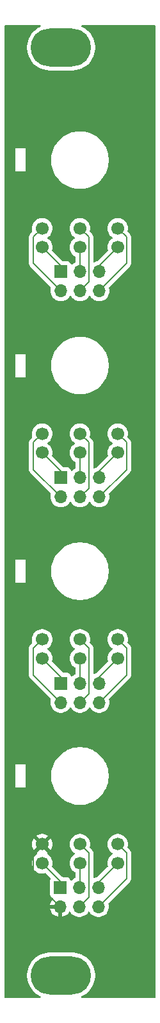
<source format=gbr>
G04 #@! TF.GenerationSoftware,KiCad,Pcbnew,8.0.8*
G04 #@! TF.CreationDate,2025-08-03T15:09:01-07:00*
G04 #@! TF.ProjectId,sidecar,73696465-6361-4722-9e6b-696361645f70,0.1*
G04 #@! TF.SameCoordinates,Original*
G04 #@! TF.FileFunction,Copper,L2,Bot*
G04 #@! TF.FilePolarity,Positive*
%FSLAX46Y46*%
G04 Gerber Fmt 4.6, Leading zero omitted, Abs format (unit mm)*
G04 Created by KiCad (PCBNEW 8.0.8) date 2025-08-03 15:09:01*
%MOMM*%
%LPD*%
G01*
G04 APERTURE LIST*
G04 #@! TA.AperFunction,ComponentPad*
%ADD10O,8.000000X5.000000*%
G04 #@! TD*
G04 #@! TA.AperFunction,ComponentPad*
%ADD11C,1.700000*%
G04 #@! TD*
G04 #@! TA.AperFunction,ComponentPad*
%ADD12R,1.700000X1.700000*%
G04 #@! TD*
G04 #@! TA.AperFunction,ComponentPad*
%ADD13O,1.700000X1.700000*%
G04 #@! TD*
G04 #@! TA.AperFunction,Conductor*
%ADD14C,0.200000*%
G04 #@! TD*
G04 APERTURE END LIST*
D10*
X47500000Y-33750000D03*
X47500000Y-156150000D03*
D11*
X45000000Y-60100000D03*
X50000000Y-60100000D03*
X55000000Y-60100000D03*
X45000000Y-57600000D03*
X50000000Y-57600000D03*
X55000000Y-57600000D03*
D12*
X47460000Y-117610000D03*
D13*
X47460000Y-120150000D03*
X50000000Y-117610000D03*
X50000000Y-120150000D03*
X52540000Y-117610000D03*
X52540000Y-120150000D03*
D12*
X47380000Y-144550000D03*
D13*
X47380000Y-147090000D03*
X49920000Y-144550000D03*
X49920000Y-147090000D03*
X52460000Y-144550000D03*
X52460000Y-147090000D03*
D11*
X45000000Y-87200000D03*
X50000000Y-87200000D03*
X55000000Y-87200000D03*
X45000000Y-84700000D03*
X50000000Y-84700000D03*
X55000000Y-84700000D03*
D12*
X47460000Y-90490000D03*
D13*
X47460000Y-93030000D03*
X50000000Y-90490000D03*
X50000000Y-93030000D03*
X52540000Y-90490000D03*
X52540000Y-93030000D03*
D12*
X47460000Y-63300000D03*
D13*
X47460000Y-65840000D03*
X50000000Y-63300000D03*
X50000000Y-65840000D03*
X52540000Y-63300000D03*
X52540000Y-65840000D03*
D11*
X45000000Y-141350000D03*
X50000000Y-141350000D03*
X55000000Y-141350000D03*
X45000000Y-138850000D03*
X50000000Y-138850000D03*
X55000000Y-138850000D03*
X45000000Y-114330000D03*
X50000000Y-114330000D03*
X55000000Y-114330000D03*
X45000000Y-111830000D03*
X50000000Y-111830000D03*
X55000000Y-111830000D03*
D14*
X50000000Y-60100000D02*
X50000000Y-63300000D01*
X45000000Y-60100000D02*
X47460000Y-62560000D01*
X47460000Y-62560000D02*
X47460000Y-63300000D01*
X50000000Y-57600000D02*
X51150000Y-58750000D01*
X51150000Y-58750000D02*
X51150000Y-64690000D01*
X51150000Y-64690000D02*
X50000000Y-65840000D01*
X43850000Y-58750000D02*
X43850000Y-62230000D01*
X45000000Y-57600000D02*
X43850000Y-58750000D01*
X43850000Y-62230000D02*
X47460000Y-65840000D01*
X56150000Y-62230000D02*
X52540000Y-65840000D01*
X56150000Y-58750000D02*
X56150000Y-62230000D01*
X55000000Y-57600000D02*
X56150000Y-58750000D01*
X55000000Y-60100000D02*
X52540000Y-62560000D01*
X52540000Y-62560000D02*
X52540000Y-63300000D01*
X55000000Y-87200000D02*
X52540000Y-89660000D01*
X52540000Y-89660000D02*
X52540000Y-90490000D01*
X43850000Y-89420000D02*
X47460000Y-93030000D01*
X45000000Y-84700000D02*
X43850000Y-85850000D01*
X43850000Y-85850000D02*
X43850000Y-89420000D01*
X50000000Y-87200000D02*
X50000000Y-90490000D01*
X56150000Y-89420000D02*
X52540000Y-93030000D01*
X56150000Y-85850000D02*
X56150000Y-89420000D01*
X55000000Y-84700000D02*
X56150000Y-85850000D01*
X51150000Y-91880000D02*
X50000000Y-93030000D01*
X50000000Y-84700000D02*
X51150000Y-85850000D01*
X51150000Y-85850000D02*
X51150000Y-91880000D01*
X47460000Y-89660000D02*
X47460000Y-90490000D01*
X45000000Y-87200000D02*
X47460000Y-89660000D01*
X50000000Y-114330000D02*
X50000000Y-117610000D01*
X47460000Y-116790000D02*
X47460000Y-117610000D01*
X45000000Y-114330000D02*
X47460000Y-116790000D01*
X55000000Y-114330000D02*
X52540000Y-116790000D01*
X52540000Y-116790000D02*
X52540000Y-117610000D01*
X56150000Y-116540000D02*
X52540000Y-120150000D01*
X55000000Y-111830000D02*
X56150000Y-112980000D01*
X56150000Y-112980000D02*
X56150000Y-116540000D01*
X43850000Y-112980000D02*
X43850000Y-116540000D01*
X45000000Y-111830000D02*
X43850000Y-112980000D01*
X43850000Y-116540000D02*
X47460000Y-120150000D01*
X51150000Y-112980000D02*
X51150000Y-119000000D01*
X50000000Y-111830000D02*
X51150000Y-112980000D01*
X51150000Y-119000000D02*
X50000000Y-120150000D01*
X43850000Y-140000000D02*
X43850000Y-143560000D01*
X45000000Y-138850000D02*
X43850000Y-140000000D01*
X43850000Y-143560000D02*
X47380000Y-147090000D01*
X50000000Y-144470000D02*
X49920000Y-144550000D01*
X50000000Y-141350000D02*
X50000000Y-144470000D01*
X50000000Y-138850000D02*
X51150000Y-140000000D01*
X51150000Y-140000000D02*
X51150000Y-145860000D01*
X51150000Y-145860000D02*
X49920000Y-147090000D01*
X52460000Y-143890000D02*
X52460000Y-144550000D01*
X55000000Y-141350000D02*
X52460000Y-143890000D01*
X56150000Y-143400000D02*
X52460000Y-147090000D01*
X55000000Y-138850000D02*
X56150000Y-140000000D01*
X56150000Y-140000000D02*
X56150000Y-143400000D01*
X47380000Y-143730000D02*
X47380000Y-144550000D01*
X45000000Y-141350000D02*
X47380000Y-143730000D01*
G04 #@! TA.AperFunction,Conductor*
G36*
X44758808Y-30795502D02*
G01*
X44805301Y-30849158D01*
X44815405Y-30919432D01*
X44785911Y-30984012D01*
X44745356Y-31015022D01*
X44542443Y-31112739D01*
X44542434Y-31112744D01*
X44256324Y-31292519D01*
X43992134Y-31503203D01*
X43753203Y-31742134D01*
X43542519Y-32006324D01*
X43362744Y-32292434D01*
X43362739Y-32292443D01*
X43216133Y-32596873D01*
X43216122Y-32596900D01*
X43104526Y-32915821D01*
X43029334Y-33245260D01*
X42991500Y-33581044D01*
X42991500Y-33918955D01*
X43029334Y-34254739D01*
X43068479Y-34426243D01*
X43104525Y-34584172D01*
X43104527Y-34584178D01*
X43104526Y-34584178D01*
X43216122Y-34903099D01*
X43216133Y-34903126D01*
X43362739Y-35207556D01*
X43362744Y-35207565D01*
X43542519Y-35493675D01*
X43753203Y-35757865D01*
X43992134Y-35996796D01*
X43992138Y-35996799D01*
X44256325Y-36207481D01*
X44542439Y-36387258D01*
X44846883Y-36533871D01*
X44846899Y-36533876D01*
X44846900Y-36533877D01*
X45165821Y-36645473D01*
X45165824Y-36645473D01*
X45165828Y-36645475D01*
X45495264Y-36720666D01*
X45733363Y-36747493D01*
X45831044Y-36758500D01*
X45831046Y-36758500D01*
X49168956Y-36758500D01*
X49254232Y-36748891D01*
X49504736Y-36720666D01*
X49834172Y-36645475D01*
X50153117Y-36533871D01*
X50457561Y-36387258D01*
X50743675Y-36207481D01*
X51007862Y-35996799D01*
X51246799Y-35757862D01*
X51457481Y-35493675D01*
X51637258Y-35207561D01*
X51783871Y-34903117D01*
X51895475Y-34584172D01*
X51970666Y-34254736D01*
X52008500Y-33918954D01*
X52008500Y-33581046D01*
X51970666Y-33245264D01*
X51895475Y-32915828D01*
X51783871Y-32596883D01*
X51637258Y-32292439D01*
X51457481Y-32006325D01*
X51246799Y-31742138D01*
X51246796Y-31742134D01*
X51007865Y-31503203D01*
X50743675Y-31292519D01*
X50457565Y-31112744D01*
X50457556Y-31112739D01*
X50254644Y-31015022D01*
X50201948Y-30967444D01*
X50183339Y-30898930D01*
X50204727Y-30831231D01*
X50259320Y-30785843D01*
X50309313Y-30775500D01*
X59848500Y-30775500D01*
X59916621Y-30795502D01*
X59963114Y-30849158D01*
X59974500Y-30901500D01*
X59974500Y-158998500D01*
X59954498Y-159066621D01*
X59900842Y-159113114D01*
X59848500Y-159124500D01*
X50309313Y-159124500D01*
X50241192Y-159104498D01*
X50194699Y-159050842D01*
X50184595Y-158980568D01*
X50214089Y-158915988D01*
X50254644Y-158884978D01*
X50457561Y-158787258D01*
X50743675Y-158607481D01*
X51007862Y-158396799D01*
X51246799Y-158157862D01*
X51457481Y-157893675D01*
X51637258Y-157607561D01*
X51783871Y-157303117D01*
X51895475Y-156984172D01*
X51970666Y-156654736D01*
X52008500Y-156318954D01*
X52008500Y-155981046D01*
X51970666Y-155645264D01*
X51895475Y-155315828D01*
X51783871Y-154996883D01*
X51637258Y-154692439D01*
X51457481Y-154406325D01*
X51246799Y-154142138D01*
X51246796Y-154142134D01*
X51007865Y-153903203D01*
X50743675Y-153692519D01*
X50457565Y-153512744D01*
X50457556Y-153512739D01*
X50153126Y-153366133D01*
X50153121Y-153366131D01*
X50153117Y-153366129D01*
X50153111Y-153366126D01*
X50153099Y-153366122D01*
X49834178Y-153254526D01*
X49504739Y-153179334D01*
X49168956Y-153141500D01*
X49168954Y-153141500D01*
X45831046Y-153141500D01*
X45831044Y-153141500D01*
X45495260Y-153179334D01*
X45165821Y-153254526D01*
X44846900Y-153366122D01*
X44846873Y-153366133D01*
X44542443Y-153512739D01*
X44542434Y-153512744D01*
X44256324Y-153692519D01*
X43992134Y-153903203D01*
X43753203Y-154142134D01*
X43542519Y-154406324D01*
X43362744Y-154692434D01*
X43362739Y-154692443D01*
X43216133Y-154996873D01*
X43216122Y-154996900D01*
X43104526Y-155315821D01*
X43029334Y-155645260D01*
X42991500Y-155981044D01*
X42991500Y-156318955D01*
X43029334Y-156654739D01*
X43068479Y-156826243D01*
X43104525Y-156984172D01*
X43104527Y-156984178D01*
X43104526Y-156984178D01*
X43216122Y-157303099D01*
X43216133Y-157303126D01*
X43362739Y-157607556D01*
X43362744Y-157607565D01*
X43542519Y-157893675D01*
X43753203Y-158157865D01*
X43992134Y-158396796D01*
X43992138Y-158396799D01*
X44256325Y-158607481D01*
X44463459Y-158737632D01*
X44542434Y-158787255D01*
X44542443Y-158787260D01*
X44745356Y-158884978D01*
X44798052Y-158932556D01*
X44816661Y-159001070D01*
X44795273Y-159068769D01*
X44740680Y-159114157D01*
X44690687Y-159124500D01*
X40151500Y-159124500D01*
X40083379Y-159104498D01*
X40036886Y-159050842D01*
X40025500Y-158998500D01*
X40025500Y-141350000D01*
X43636844Y-141350000D01*
X43655436Y-141574368D01*
X43655436Y-141574370D01*
X43655437Y-141574375D01*
X43710702Y-141792612D01*
X43710703Y-141792613D01*
X43801141Y-141998793D01*
X43924275Y-142187265D01*
X43924279Y-142187270D01*
X44076762Y-142352908D01*
X44131331Y-142395381D01*
X44254424Y-142491189D01*
X44452426Y-142598342D01*
X44452427Y-142598342D01*
X44452428Y-142598343D01*
X44458499Y-142600427D01*
X44665365Y-142671444D01*
X44887431Y-142708500D01*
X44887435Y-142708500D01*
X45112565Y-142708500D01*
X45112569Y-142708500D01*
X45334635Y-142671444D01*
X45354232Y-142664715D01*
X45425155Y-142661512D01*
X45484243Y-142694792D01*
X46072177Y-143282726D01*
X46106203Y-143345038D01*
X46101138Y-143415853D01*
X46083955Y-143447323D01*
X46079113Y-143453791D01*
X46079110Y-143453796D01*
X46028011Y-143590795D01*
X46028009Y-143590803D01*
X46021500Y-143651350D01*
X46021500Y-145448649D01*
X46028009Y-145509196D01*
X46028011Y-145509204D01*
X46079110Y-145646202D01*
X46079112Y-145646207D01*
X46166738Y-145763261D01*
X46283792Y-145850887D01*
X46283796Y-145850889D01*
X46399312Y-145893975D01*
X46456148Y-145936522D01*
X46480958Y-146003042D01*
X46465866Y-146072416D01*
X46447981Y-146097367D01*
X46304674Y-146253041D01*
X46181580Y-146441451D01*
X46091179Y-146647543D01*
X46091176Y-146647550D01*
X46043455Y-146835999D01*
X46043456Y-146836000D01*
X46949297Y-146836000D01*
X46914075Y-146897007D01*
X46880000Y-147024174D01*
X46880000Y-147155826D01*
X46914075Y-147282993D01*
X46949297Y-147344000D01*
X46043455Y-147344000D01*
X46091176Y-147532449D01*
X46091179Y-147532456D01*
X46181580Y-147738548D01*
X46304674Y-147926958D01*
X46457097Y-148092534D01*
X46634698Y-148230767D01*
X46634699Y-148230768D01*
X46832628Y-148337882D01*
X46832630Y-148337883D01*
X47045483Y-148410955D01*
X47045492Y-148410957D01*
X47126000Y-148424391D01*
X47126000Y-147520702D01*
X47187007Y-147555925D01*
X47314174Y-147590000D01*
X47445826Y-147590000D01*
X47572993Y-147555925D01*
X47634000Y-147520702D01*
X47634000Y-148424390D01*
X47714507Y-148410957D01*
X47714516Y-148410955D01*
X47927369Y-148337883D01*
X47927371Y-148337882D01*
X48125300Y-148230768D01*
X48125301Y-148230767D01*
X48302902Y-148092534D01*
X48455327Y-147926955D01*
X48544217Y-147790899D01*
X48598220Y-147744810D01*
X48668568Y-147735235D01*
X48732925Y-147765212D01*
X48755183Y-147790898D01*
X48844279Y-147927270D01*
X48996762Y-148092908D01*
X49051331Y-148135381D01*
X49174424Y-148231189D01*
X49372426Y-148338342D01*
X49372427Y-148338342D01*
X49372428Y-148338343D01*
X49484227Y-148376723D01*
X49585365Y-148411444D01*
X49807431Y-148448500D01*
X49807435Y-148448500D01*
X50032565Y-148448500D01*
X50032569Y-148448500D01*
X50254635Y-148411444D01*
X50467574Y-148338342D01*
X50665576Y-148231189D01*
X50843240Y-148092906D01*
X50995722Y-147927268D01*
X50995927Y-147926955D01*
X51001115Y-147919012D01*
X51084518Y-147791354D01*
X51138520Y-147745268D01*
X51208868Y-147735692D01*
X51273225Y-147765669D01*
X51295480Y-147791353D01*
X51328607Y-147842058D01*
X51384275Y-147927265D01*
X51384279Y-147927270D01*
X51536762Y-148092908D01*
X51591331Y-148135381D01*
X51714424Y-148231189D01*
X51912426Y-148338342D01*
X51912427Y-148338342D01*
X51912428Y-148338343D01*
X52024227Y-148376723D01*
X52125365Y-148411444D01*
X52347431Y-148448500D01*
X52347435Y-148448500D01*
X52572565Y-148448500D01*
X52572569Y-148448500D01*
X52794635Y-148411444D01*
X53007574Y-148338342D01*
X53205576Y-148231189D01*
X53383240Y-148092906D01*
X53535722Y-147927268D01*
X53535927Y-147926955D01*
X53542441Y-147916983D01*
X53658860Y-147738791D01*
X53749296Y-147532616D01*
X53804564Y-147314368D01*
X53823156Y-147090000D01*
X53804564Y-146865632D01*
X53769673Y-146727851D01*
X53772340Y-146656905D01*
X53802720Y-146607827D01*
X56513251Y-143897295D01*
X56513261Y-143897288D01*
X56636915Y-143773634D01*
X56636921Y-143773628D01*
X56704673Y-143656279D01*
X56717032Y-143634873D01*
X56758500Y-143480110D01*
X56758500Y-143319890D01*
X56758500Y-139919889D01*
X56717032Y-139765128D01*
X56636922Y-139626373D01*
X56342720Y-139332171D01*
X56308697Y-139269861D01*
X56309673Y-139212146D01*
X56344562Y-139074377D01*
X56344563Y-139074372D01*
X56344563Y-139074371D01*
X56344564Y-139074368D01*
X56363156Y-138850000D01*
X56344564Y-138625632D01*
X56289338Y-138407550D01*
X56289297Y-138407387D01*
X56289296Y-138407386D01*
X56289296Y-138407384D01*
X56198860Y-138201209D01*
X56123677Y-138086132D01*
X56075724Y-138012734D01*
X56075720Y-138012729D01*
X55923237Y-137847091D01*
X55841382Y-137783381D01*
X55745576Y-137708811D01*
X55547574Y-137601658D01*
X55547572Y-137601657D01*
X55547571Y-137601656D01*
X55334639Y-137528557D01*
X55334630Y-137528555D01*
X55290476Y-137521187D01*
X55112569Y-137491500D01*
X54887431Y-137491500D01*
X54739211Y-137516233D01*
X54665369Y-137528555D01*
X54665360Y-137528557D01*
X54452428Y-137601656D01*
X54452426Y-137601658D01*
X54254426Y-137708810D01*
X54254424Y-137708811D01*
X54076762Y-137847091D01*
X53924279Y-138012729D01*
X53924275Y-138012734D01*
X53801141Y-138201206D01*
X53710703Y-138407386D01*
X53710702Y-138407387D01*
X53655437Y-138625624D01*
X53655436Y-138625630D01*
X53655436Y-138625632D01*
X53636844Y-138850000D01*
X53654435Y-139062292D01*
X53655437Y-139074375D01*
X53710702Y-139292612D01*
X53710703Y-139292613D01*
X53710704Y-139292616D01*
X53801035Y-139498551D01*
X53801141Y-139498793D01*
X53924275Y-139687265D01*
X53924279Y-139687270D01*
X54076762Y-139852908D01*
X54131331Y-139895381D01*
X54254424Y-139991189D01*
X54254432Y-139991193D01*
X54258787Y-139994039D01*
X54257540Y-139995947D01*
X54301122Y-140039213D01*
X54316465Y-140108532D01*
X54291896Y-140175142D01*
X54257898Y-140204600D01*
X54258787Y-140205961D01*
X54254424Y-140208811D01*
X54076762Y-140347091D01*
X53924279Y-140512729D01*
X53924275Y-140512734D01*
X53801141Y-140701206D01*
X53710703Y-140907386D01*
X53710702Y-140907387D01*
X53655437Y-141125624D01*
X53636844Y-141350000D01*
X53655436Y-141574369D01*
X53690326Y-141712147D01*
X53687658Y-141783094D01*
X53657276Y-141832173D01*
X52316582Y-143172867D01*
X52254270Y-143206893D01*
X52248226Y-143208053D01*
X52125379Y-143228552D01*
X52125360Y-143228557D01*
X51925412Y-143297199D01*
X51854487Y-143300399D01*
X51793092Y-143264747D01*
X51760718Y-143201561D01*
X51758500Y-143178026D01*
X51758500Y-139919890D01*
X51758500Y-139919889D01*
X51717032Y-139765128D01*
X51636922Y-139626373D01*
X51342720Y-139332171D01*
X51308697Y-139269861D01*
X51309673Y-139212146D01*
X51344562Y-139074377D01*
X51344563Y-139074372D01*
X51344563Y-139074371D01*
X51344564Y-139074368D01*
X51363156Y-138850000D01*
X51344564Y-138625632D01*
X51289338Y-138407550D01*
X51289297Y-138407387D01*
X51289296Y-138407386D01*
X51289296Y-138407384D01*
X51198860Y-138201209D01*
X51123677Y-138086132D01*
X51075724Y-138012734D01*
X51075720Y-138012729D01*
X50923237Y-137847091D01*
X50841382Y-137783381D01*
X50745576Y-137708811D01*
X50547574Y-137601658D01*
X50547572Y-137601657D01*
X50547571Y-137601656D01*
X50334639Y-137528557D01*
X50334630Y-137528555D01*
X50290476Y-137521187D01*
X50112569Y-137491500D01*
X49887431Y-137491500D01*
X49739211Y-137516233D01*
X49665369Y-137528555D01*
X49665360Y-137528557D01*
X49452428Y-137601656D01*
X49452426Y-137601658D01*
X49254426Y-137708810D01*
X49254424Y-137708811D01*
X49076762Y-137847091D01*
X48924279Y-138012729D01*
X48924275Y-138012734D01*
X48801141Y-138201206D01*
X48710703Y-138407386D01*
X48710702Y-138407387D01*
X48655437Y-138625624D01*
X48655436Y-138625630D01*
X48655436Y-138625632D01*
X48636844Y-138850000D01*
X48654435Y-139062292D01*
X48655437Y-139074375D01*
X48710702Y-139292612D01*
X48710703Y-139292613D01*
X48710704Y-139292616D01*
X48801035Y-139498551D01*
X48801141Y-139498793D01*
X48924275Y-139687265D01*
X48924279Y-139687270D01*
X49076762Y-139852908D01*
X49131331Y-139895381D01*
X49254424Y-139991189D01*
X49254432Y-139991193D01*
X49258787Y-139994039D01*
X49257540Y-139995947D01*
X49301122Y-140039213D01*
X49316465Y-140108532D01*
X49291896Y-140175142D01*
X49257898Y-140204600D01*
X49258787Y-140205961D01*
X49254424Y-140208811D01*
X49076762Y-140347091D01*
X48924279Y-140512729D01*
X48924275Y-140512734D01*
X48801141Y-140701206D01*
X48710703Y-140907386D01*
X48710702Y-140907387D01*
X48655437Y-141125624D01*
X48655436Y-141125630D01*
X48655436Y-141125632D01*
X48636844Y-141350000D01*
X48655436Y-141574368D01*
X48655436Y-141574370D01*
X48655437Y-141574375D01*
X48710702Y-141792612D01*
X48710703Y-141792613D01*
X48801141Y-141998793D01*
X48924275Y-142187265D01*
X48924279Y-142187270D01*
X49076762Y-142352908D01*
X49254423Y-142491188D01*
X49254424Y-142491189D01*
X49325469Y-142529636D01*
X49375859Y-142579648D01*
X49391500Y-142640449D01*
X49391500Y-143216256D01*
X49371498Y-143284377D01*
X49325469Y-143327070D01*
X49174426Y-143408810D01*
X49174424Y-143408811D01*
X48996762Y-143547091D01*
X48935754Y-143613363D01*
X48874901Y-143649933D01*
X48803936Y-143647798D01*
X48745391Y-143607636D01*
X48724999Y-143572057D01*
X48680889Y-143453797D01*
X48680887Y-143453792D01*
X48593261Y-143336738D01*
X48476207Y-143249112D01*
X48476202Y-143249110D01*
X48339204Y-143198011D01*
X48339196Y-143198009D01*
X48278649Y-143191500D01*
X48278638Y-143191500D01*
X47754239Y-143191500D01*
X47686118Y-143171498D01*
X47665144Y-143154595D01*
X46342722Y-141832173D01*
X46308696Y-141769861D01*
X46309673Y-141712146D01*
X46344562Y-141574377D01*
X46344563Y-141574372D01*
X46344563Y-141574371D01*
X46344564Y-141574368D01*
X46363156Y-141350000D01*
X46344564Y-141125632D01*
X46289296Y-140907384D01*
X46198860Y-140701209D01*
X46192140Y-140690924D01*
X46075724Y-140512734D01*
X46075720Y-140512729D01*
X45923237Y-140347091D01*
X45841382Y-140283381D01*
X45745576Y-140208811D01*
X45745570Y-140208807D01*
X45741213Y-140205961D01*
X45742367Y-140204193D01*
X45698361Y-140160519D01*
X45683007Y-140091202D01*
X45707566Y-140024589D01*
X45741796Y-139994931D01*
X45740938Y-139993618D01*
X45745302Y-139990766D01*
X45765689Y-139974898D01*
X45165773Y-139374982D01*
X45212292Y-139362518D01*
X45337708Y-139290110D01*
X45440110Y-139187708D01*
X45512518Y-139062292D01*
X45524982Y-139015773D01*
X46123076Y-139613867D01*
X46123077Y-139613866D01*
X46198419Y-139498551D01*
X46288820Y-139292456D01*
X46288823Y-139292449D01*
X46344067Y-139074292D01*
X46362653Y-138850000D01*
X46344067Y-138625707D01*
X46288823Y-138407550D01*
X46288820Y-138407543D01*
X46198422Y-138201456D01*
X46198417Y-138201448D01*
X46123076Y-138086132D01*
X45524982Y-138684226D01*
X45512518Y-138637708D01*
X45440110Y-138512292D01*
X45337708Y-138409890D01*
X45212292Y-138337482D01*
X45165772Y-138325017D01*
X45765689Y-137725100D01*
X45765688Y-137725099D01*
X45745306Y-137709235D01*
X45745299Y-137709230D01*
X45547371Y-137602118D01*
X45547369Y-137602116D01*
X45334516Y-137529044D01*
X45334509Y-137529042D01*
X45112523Y-137492000D01*
X44887477Y-137492000D01*
X44665490Y-137529042D01*
X44665483Y-137529044D01*
X44452630Y-137602116D01*
X44452628Y-137602118D01*
X44254700Y-137709230D01*
X44234310Y-137725099D01*
X44234310Y-137725101D01*
X44834226Y-138325017D01*
X44787708Y-138337482D01*
X44662292Y-138409890D01*
X44559890Y-138512292D01*
X44487482Y-138637708D01*
X44475017Y-138684227D01*
X43876921Y-138086132D01*
X43801580Y-138201451D01*
X43711179Y-138407543D01*
X43711176Y-138407550D01*
X43655932Y-138625707D01*
X43637346Y-138850000D01*
X43655932Y-139074292D01*
X43711176Y-139292449D01*
X43711179Y-139292456D01*
X43801580Y-139498548D01*
X43876922Y-139613866D01*
X44475016Y-139015771D01*
X44487482Y-139062292D01*
X44559890Y-139187708D01*
X44662292Y-139290110D01*
X44787708Y-139362518D01*
X44834226Y-139374982D01*
X44234310Y-139974898D01*
X44254694Y-139990763D01*
X44259060Y-139993616D01*
X44257850Y-139995468D01*
X44301612Y-140038862D01*
X44316997Y-140108171D01*
X44292468Y-140174796D01*
X44257973Y-140204715D01*
X44258787Y-140205961D01*
X44254424Y-140208811D01*
X44076762Y-140347091D01*
X43924279Y-140512729D01*
X43924275Y-140512734D01*
X43801141Y-140701206D01*
X43710703Y-140907386D01*
X43710702Y-140907387D01*
X43655437Y-141125624D01*
X43655436Y-141125630D01*
X43655436Y-141125632D01*
X43636844Y-141350000D01*
X40025500Y-141350000D01*
X40025500Y-128339436D01*
X41474500Y-128339436D01*
X41474500Y-131360563D01*
X41489436Y-131375499D01*
X41489438Y-131375500D01*
X42810562Y-131375500D01*
X42825500Y-131360562D01*
X42825500Y-129663286D01*
X46199500Y-129663286D01*
X46199500Y-130036713D01*
X46236099Y-130408306D01*
X46236101Y-130408322D01*
X46308951Y-130774560D01*
X46417347Y-131131894D01*
X46417348Y-131131898D01*
X46560246Y-131476883D01*
X46736272Y-131806206D01*
X46943729Y-132116686D01*
X47172953Y-132395996D01*
X47180619Y-132405338D01*
X47180626Y-132405345D01*
X47180635Y-132405355D01*
X47444644Y-132669364D01*
X47444653Y-132669372D01*
X47444662Y-132669381D01*
X47444672Y-132669389D01*
X47733313Y-132906270D01*
X48043793Y-133113727D01*
X48043796Y-133113729D01*
X48373117Y-133289754D01*
X48718106Y-133432653D01*
X49075440Y-133541049D01*
X49441678Y-133613899D01*
X49813293Y-133650500D01*
X49813302Y-133650500D01*
X50186698Y-133650500D01*
X50186707Y-133650500D01*
X50558322Y-133613899D01*
X50924560Y-133541049D01*
X51281894Y-133432653D01*
X51626883Y-133289754D01*
X51956204Y-133113729D01*
X52266685Y-132906271D01*
X52555338Y-132669381D01*
X52819381Y-132405338D01*
X53056271Y-132116685D01*
X53263729Y-131806204D01*
X53439754Y-131476883D01*
X53582653Y-131131894D01*
X53691049Y-130774560D01*
X53763899Y-130408322D01*
X53800500Y-130036707D01*
X53800500Y-129663293D01*
X53763899Y-129291678D01*
X53691049Y-128925440D01*
X53582653Y-128568106D01*
X53439754Y-128223117D01*
X53263729Y-127893796D01*
X53056271Y-127583315D01*
X53056270Y-127583313D01*
X52819389Y-127294672D01*
X52819381Y-127294662D01*
X52819372Y-127294653D01*
X52819364Y-127294644D01*
X52555355Y-127030635D01*
X52555345Y-127030626D01*
X52555338Y-127030619D01*
X52545996Y-127022953D01*
X52266686Y-126793729D01*
X51956206Y-126586272D01*
X51626883Y-126410246D01*
X51281898Y-126267348D01*
X51281894Y-126267347D01*
X50924560Y-126158951D01*
X50680401Y-126110384D01*
X50558323Y-126086101D01*
X50558306Y-126086099D01*
X50186713Y-126049500D01*
X50186707Y-126049500D01*
X49813293Y-126049500D01*
X49813286Y-126049500D01*
X49441693Y-126086099D01*
X49441676Y-126086101D01*
X49197519Y-126134667D01*
X49075440Y-126158951D01*
X48896773Y-126213149D01*
X48718105Y-126267347D01*
X48718101Y-126267348D01*
X48373116Y-126410246D01*
X48043793Y-126586272D01*
X47733313Y-126793729D01*
X47444672Y-127030610D01*
X47444644Y-127030635D01*
X47180635Y-127294644D01*
X47180610Y-127294672D01*
X46943729Y-127583313D01*
X46736272Y-127893793D01*
X46560246Y-128223116D01*
X46417348Y-128568101D01*
X46417347Y-128568105D01*
X46308951Y-128925441D01*
X46236101Y-129291676D01*
X46236099Y-129291693D01*
X46199500Y-129663286D01*
X42825500Y-129663286D01*
X42825500Y-128339438D01*
X42825499Y-128339436D01*
X42810563Y-128324500D01*
X42810562Y-128324500D01*
X41510562Y-128324500D01*
X41489438Y-128324500D01*
X41489436Y-128324500D01*
X41474500Y-128339436D01*
X40025500Y-128339436D01*
X40025500Y-112899889D01*
X43241500Y-112899889D01*
X43241500Y-116459890D01*
X43241500Y-116620110D01*
X43282968Y-116774873D01*
X43282969Y-116774875D01*
X43282970Y-116774877D01*
X43363075Y-116913623D01*
X43363083Y-116913633D01*
X46117276Y-119667825D01*
X46151302Y-119730137D01*
X46150326Y-119787850D01*
X46115436Y-119925628D01*
X46096844Y-120150000D01*
X46115437Y-120374375D01*
X46170702Y-120592612D01*
X46170703Y-120592613D01*
X46261141Y-120798793D01*
X46384275Y-120987265D01*
X46384279Y-120987270D01*
X46536762Y-121152908D01*
X46591331Y-121195381D01*
X46714424Y-121291189D01*
X46912426Y-121398342D01*
X46912427Y-121398342D01*
X46912428Y-121398343D01*
X47024227Y-121436723D01*
X47125365Y-121471444D01*
X47347431Y-121508500D01*
X47347435Y-121508500D01*
X47572565Y-121508500D01*
X47572569Y-121508500D01*
X47794635Y-121471444D01*
X48007574Y-121398342D01*
X48205576Y-121291189D01*
X48383240Y-121152906D01*
X48535722Y-120987268D01*
X48624518Y-120851354D01*
X48678520Y-120805268D01*
X48748868Y-120795692D01*
X48813225Y-120825669D01*
X48835480Y-120851353D01*
X48868607Y-120902058D01*
X48924275Y-120987265D01*
X48924279Y-120987270D01*
X49076762Y-121152908D01*
X49131331Y-121195381D01*
X49254424Y-121291189D01*
X49452426Y-121398342D01*
X49452427Y-121398342D01*
X49452428Y-121398343D01*
X49564227Y-121436723D01*
X49665365Y-121471444D01*
X49887431Y-121508500D01*
X49887435Y-121508500D01*
X50112565Y-121508500D01*
X50112569Y-121508500D01*
X50334635Y-121471444D01*
X50547574Y-121398342D01*
X50745576Y-121291189D01*
X50923240Y-121152906D01*
X51075722Y-120987268D01*
X51164518Y-120851354D01*
X51218520Y-120805268D01*
X51288868Y-120795692D01*
X51353225Y-120825669D01*
X51375480Y-120851353D01*
X51408607Y-120902058D01*
X51464275Y-120987265D01*
X51464279Y-120987270D01*
X51616762Y-121152908D01*
X51671331Y-121195381D01*
X51794424Y-121291189D01*
X51992426Y-121398342D01*
X51992427Y-121398342D01*
X51992428Y-121398343D01*
X52104227Y-121436723D01*
X52205365Y-121471444D01*
X52427431Y-121508500D01*
X52427435Y-121508500D01*
X52652565Y-121508500D01*
X52652569Y-121508500D01*
X52874635Y-121471444D01*
X53087574Y-121398342D01*
X53285576Y-121291189D01*
X53463240Y-121152906D01*
X53615722Y-120987268D01*
X53738860Y-120798791D01*
X53829296Y-120592616D01*
X53884564Y-120374368D01*
X53903156Y-120150000D01*
X53884564Y-119925632D01*
X53849673Y-119787850D01*
X53852340Y-119716905D01*
X53882718Y-119667829D01*
X56636922Y-116913627D01*
X56717032Y-116774873D01*
X56758500Y-116620110D01*
X56758500Y-116459890D01*
X56758500Y-112899889D01*
X56717032Y-112745128D01*
X56717031Y-112745127D01*
X56636922Y-112606373D01*
X56342720Y-112312171D01*
X56308697Y-112249861D01*
X56309673Y-112192146D01*
X56344562Y-112054377D01*
X56344563Y-112054372D01*
X56344563Y-112054371D01*
X56344564Y-112054368D01*
X56363156Y-111830000D01*
X56344564Y-111605632D01*
X56289296Y-111387384D01*
X56198860Y-111181209D01*
X56192140Y-111170924D01*
X56075724Y-110992734D01*
X56075720Y-110992729D01*
X55923237Y-110827091D01*
X55841382Y-110763381D01*
X55745576Y-110688811D01*
X55547574Y-110581658D01*
X55547572Y-110581657D01*
X55547571Y-110581656D01*
X55334639Y-110508557D01*
X55334630Y-110508555D01*
X55290476Y-110501187D01*
X55112569Y-110471500D01*
X54887431Y-110471500D01*
X54739211Y-110496233D01*
X54665369Y-110508555D01*
X54665360Y-110508557D01*
X54452428Y-110581656D01*
X54452426Y-110581658D01*
X54254426Y-110688810D01*
X54254424Y-110688811D01*
X54076762Y-110827091D01*
X53924279Y-110992729D01*
X53924275Y-110992734D01*
X53801141Y-111181206D01*
X53710703Y-111387386D01*
X53710702Y-111387387D01*
X53655437Y-111605624D01*
X53655436Y-111605630D01*
X53655436Y-111605632D01*
X53636844Y-111830000D01*
X53655436Y-112054368D01*
X53655436Y-112054370D01*
X53655437Y-112054375D01*
X53710702Y-112272612D01*
X53710703Y-112272613D01*
X53801141Y-112478793D01*
X53924275Y-112667265D01*
X53924279Y-112667270D01*
X54076762Y-112832908D01*
X54131331Y-112875381D01*
X54254424Y-112971189D01*
X54254432Y-112971193D01*
X54258787Y-112974039D01*
X54257540Y-112975947D01*
X54301122Y-113019213D01*
X54316465Y-113088532D01*
X54291896Y-113155142D01*
X54257898Y-113184600D01*
X54258787Y-113185961D01*
X54254424Y-113188811D01*
X54076762Y-113327091D01*
X53924279Y-113492729D01*
X53924275Y-113492734D01*
X53801141Y-113681206D01*
X53710703Y-113887386D01*
X53710702Y-113887387D01*
X53655437Y-114105624D01*
X53636844Y-114330000D01*
X53655436Y-114554369D01*
X53690326Y-114692147D01*
X53687658Y-114763094D01*
X53657276Y-114812173D01*
X52188715Y-116280734D01*
X52140533Y-116310812D01*
X51992425Y-116361658D01*
X51944469Y-116387611D01*
X51875039Y-116402441D01*
X51808612Y-116377380D01*
X51766280Y-116320385D01*
X51758500Y-116276797D01*
X51758500Y-112899890D01*
X51758500Y-112899889D01*
X51717032Y-112745128D01*
X51717031Y-112745127D01*
X51636922Y-112606373D01*
X51342720Y-112312171D01*
X51308697Y-112249861D01*
X51309673Y-112192146D01*
X51344562Y-112054377D01*
X51344563Y-112054372D01*
X51344563Y-112054371D01*
X51344564Y-112054368D01*
X51363156Y-111830000D01*
X51344564Y-111605632D01*
X51289296Y-111387384D01*
X51198860Y-111181209D01*
X51192140Y-111170924D01*
X51075724Y-110992734D01*
X51075720Y-110992729D01*
X50923237Y-110827091D01*
X50841382Y-110763381D01*
X50745576Y-110688811D01*
X50547574Y-110581658D01*
X50547572Y-110581657D01*
X50547571Y-110581656D01*
X50334639Y-110508557D01*
X50334630Y-110508555D01*
X50290476Y-110501187D01*
X50112569Y-110471500D01*
X49887431Y-110471500D01*
X49739211Y-110496233D01*
X49665369Y-110508555D01*
X49665360Y-110508557D01*
X49452428Y-110581656D01*
X49452426Y-110581658D01*
X49254426Y-110688810D01*
X49254424Y-110688811D01*
X49076762Y-110827091D01*
X48924279Y-110992729D01*
X48924275Y-110992734D01*
X48801141Y-111181206D01*
X48710703Y-111387386D01*
X48710702Y-111387387D01*
X48655437Y-111605624D01*
X48655436Y-111605630D01*
X48655436Y-111605632D01*
X48636844Y-111830000D01*
X48655436Y-112054368D01*
X48655436Y-112054370D01*
X48655437Y-112054375D01*
X48710702Y-112272612D01*
X48710703Y-112272613D01*
X48801141Y-112478793D01*
X48924275Y-112667265D01*
X48924279Y-112667270D01*
X49076762Y-112832908D01*
X49131331Y-112875381D01*
X49254424Y-112971189D01*
X49254432Y-112971193D01*
X49258787Y-112974039D01*
X49257540Y-112975947D01*
X49301122Y-113019213D01*
X49316465Y-113088532D01*
X49291896Y-113155142D01*
X49257898Y-113184600D01*
X49258787Y-113185961D01*
X49254424Y-113188811D01*
X49076762Y-113327091D01*
X48924279Y-113492729D01*
X48924275Y-113492734D01*
X48801141Y-113681206D01*
X48710703Y-113887386D01*
X48710702Y-113887387D01*
X48655437Y-114105624D01*
X48655436Y-114105630D01*
X48655436Y-114105632D01*
X48636844Y-114330000D01*
X48655436Y-114554368D01*
X48655436Y-114554370D01*
X48655437Y-114554375D01*
X48710702Y-114772612D01*
X48710703Y-114772613D01*
X48801141Y-114978793D01*
X48924275Y-115167265D01*
X48924279Y-115167270D01*
X49076762Y-115332908D01*
X49254424Y-115471189D01*
X49325469Y-115509636D01*
X49375859Y-115559648D01*
X49391500Y-115620449D01*
X49391500Y-116319549D01*
X49371498Y-116387670D01*
X49325470Y-116430362D01*
X49254430Y-116468807D01*
X49254424Y-116468811D01*
X49076762Y-116607091D01*
X49015754Y-116673363D01*
X48954901Y-116709933D01*
X48883936Y-116707798D01*
X48825391Y-116667636D01*
X48804999Y-116632057D01*
X48760889Y-116513797D01*
X48760887Y-116513792D01*
X48673261Y-116396738D01*
X48556207Y-116309112D01*
X48556202Y-116309110D01*
X48419204Y-116258011D01*
X48419196Y-116258009D01*
X48358649Y-116251500D01*
X48358638Y-116251500D01*
X47834239Y-116251500D01*
X47766118Y-116231498D01*
X47745144Y-116214595D01*
X46342722Y-114812173D01*
X46308696Y-114749861D01*
X46309673Y-114692146D01*
X46344562Y-114554377D01*
X46344563Y-114554372D01*
X46344563Y-114554371D01*
X46344564Y-114554368D01*
X46363156Y-114330000D01*
X46344564Y-114105632D01*
X46289296Y-113887384D01*
X46198860Y-113681209D01*
X46192140Y-113670924D01*
X46075724Y-113492734D01*
X46075720Y-113492729D01*
X45923237Y-113327091D01*
X45841382Y-113263381D01*
X45745576Y-113188811D01*
X45745570Y-113188807D01*
X45741213Y-113185961D01*
X45742466Y-113184043D01*
X45698906Y-113140839D01*
X45683530Y-113071527D01*
X45708068Y-113004906D01*
X45742108Y-112975409D01*
X45741213Y-112974039D01*
X45745561Y-112971196D01*
X45745576Y-112971189D01*
X45923240Y-112832906D01*
X46075722Y-112667268D01*
X46198860Y-112478791D01*
X46289296Y-112272616D01*
X46344564Y-112054368D01*
X46363156Y-111830000D01*
X46344564Y-111605632D01*
X46289296Y-111387384D01*
X46198860Y-111181209D01*
X46192140Y-111170924D01*
X46075724Y-110992734D01*
X46075720Y-110992729D01*
X45923237Y-110827091D01*
X45841382Y-110763381D01*
X45745576Y-110688811D01*
X45547574Y-110581658D01*
X45547572Y-110581657D01*
X45547571Y-110581656D01*
X45334639Y-110508557D01*
X45334630Y-110508555D01*
X45290476Y-110501187D01*
X45112569Y-110471500D01*
X44887431Y-110471500D01*
X44739211Y-110496233D01*
X44665369Y-110508555D01*
X44665360Y-110508557D01*
X44452428Y-110581656D01*
X44452426Y-110581658D01*
X44254426Y-110688810D01*
X44254424Y-110688811D01*
X44076762Y-110827091D01*
X43924279Y-110992729D01*
X43924275Y-110992734D01*
X43801141Y-111181206D01*
X43710703Y-111387386D01*
X43710702Y-111387387D01*
X43655437Y-111605624D01*
X43636844Y-111830000D01*
X43655436Y-112054369D01*
X43690326Y-112192146D01*
X43687658Y-112263093D01*
X43657277Y-112312172D01*
X43363080Y-112606370D01*
X43363075Y-112606376D01*
X43282967Y-112745127D01*
X43282968Y-112745128D01*
X43241500Y-112899889D01*
X40025500Y-112899889D01*
X40025500Y-101319436D01*
X41474500Y-101319436D01*
X41474500Y-104340563D01*
X41489436Y-104355499D01*
X41489438Y-104355500D01*
X42810562Y-104355500D01*
X42825500Y-104340562D01*
X42825500Y-102643286D01*
X46199500Y-102643286D01*
X46199500Y-103016713D01*
X46236099Y-103388306D01*
X46236101Y-103388322D01*
X46308951Y-103754560D01*
X46417347Y-104111894D01*
X46417348Y-104111898D01*
X46560246Y-104456883D01*
X46736272Y-104786206D01*
X46943729Y-105096686D01*
X47172953Y-105375996D01*
X47180619Y-105385338D01*
X47180626Y-105385345D01*
X47180635Y-105385355D01*
X47444644Y-105649364D01*
X47444653Y-105649372D01*
X47444662Y-105649381D01*
X47444672Y-105649389D01*
X47733313Y-105886270D01*
X48043793Y-106093727D01*
X48043796Y-106093729D01*
X48373117Y-106269754D01*
X48718106Y-106412653D01*
X49075440Y-106521049D01*
X49441678Y-106593899D01*
X49813293Y-106630500D01*
X49813302Y-106630500D01*
X50186698Y-106630500D01*
X50186707Y-106630500D01*
X50558322Y-106593899D01*
X50924560Y-106521049D01*
X51281894Y-106412653D01*
X51626883Y-106269754D01*
X51956204Y-106093729D01*
X52266685Y-105886271D01*
X52555338Y-105649381D01*
X52819381Y-105385338D01*
X53056271Y-105096685D01*
X53263729Y-104786204D01*
X53439754Y-104456883D01*
X53582653Y-104111894D01*
X53691049Y-103754560D01*
X53763899Y-103388322D01*
X53800500Y-103016707D01*
X53800500Y-102643293D01*
X53763899Y-102271678D01*
X53691049Y-101905440D01*
X53582653Y-101548106D01*
X53439754Y-101203117D01*
X53263729Y-100873796D01*
X53056271Y-100563315D01*
X53056270Y-100563313D01*
X52819389Y-100274672D01*
X52819381Y-100274662D01*
X52819372Y-100274653D01*
X52819364Y-100274644D01*
X52555355Y-100010635D01*
X52555345Y-100010626D01*
X52555338Y-100010619D01*
X52545996Y-100002953D01*
X52266686Y-99773729D01*
X51956206Y-99566272D01*
X51626883Y-99390246D01*
X51281898Y-99247348D01*
X51281894Y-99247347D01*
X50924560Y-99138951D01*
X50680401Y-99090384D01*
X50558323Y-99066101D01*
X50558306Y-99066099D01*
X50186713Y-99029500D01*
X50186707Y-99029500D01*
X49813293Y-99029500D01*
X49813286Y-99029500D01*
X49441693Y-99066099D01*
X49441676Y-99066101D01*
X49197519Y-99114667D01*
X49075440Y-99138951D01*
X48896773Y-99193149D01*
X48718105Y-99247347D01*
X48718101Y-99247348D01*
X48373116Y-99390246D01*
X48043793Y-99566272D01*
X47733313Y-99773729D01*
X47444672Y-100010610D01*
X47444644Y-100010635D01*
X47180635Y-100274644D01*
X47180610Y-100274672D01*
X46943729Y-100563313D01*
X46736272Y-100873793D01*
X46560246Y-101203116D01*
X46417348Y-101548101D01*
X46417347Y-101548105D01*
X46308951Y-101905441D01*
X46236101Y-102271676D01*
X46236099Y-102271693D01*
X46199500Y-102643286D01*
X42825500Y-102643286D01*
X42825500Y-101319438D01*
X42825499Y-101319436D01*
X42810563Y-101304500D01*
X42810562Y-101304500D01*
X41510562Y-101304500D01*
X41489438Y-101304500D01*
X41489436Y-101304500D01*
X41474500Y-101319436D01*
X40025500Y-101319436D01*
X40025500Y-85769889D01*
X43241500Y-85769889D01*
X43241500Y-89339890D01*
X43241500Y-89500110D01*
X43282968Y-89654873D01*
X43282969Y-89654875D01*
X43282970Y-89654877D01*
X43363075Y-89793623D01*
X43363083Y-89793633D01*
X46117276Y-92547825D01*
X46151302Y-92610137D01*
X46150326Y-92667850D01*
X46115436Y-92805628D01*
X46096844Y-93030000D01*
X46115437Y-93254375D01*
X46170702Y-93472612D01*
X46170703Y-93472613D01*
X46261141Y-93678793D01*
X46384275Y-93867265D01*
X46384279Y-93867270D01*
X46536762Y-94032908D01*
X46591331Y-94075381D01*
X46714424Y-94171189D01*
X46912426Y-94278342D01*
X46912427Y-94278342D01*
X46912428Y-94278343D01*
X47024227Y-94316723D01*
X47125365Y-94351444D01*
X47347431Y-94388500D01*
X47347435Y-94388500D01*
X47572565Y-94388500D01*
X47572569Y-94388500D01*
X47794635Y-94351444D01*
X48007574Y-94278342D01*
X48205576Y-94171189D01*
X48383240Y-94032906D01*
X48535722Y-93867268D01*
X48624518Y-93731354D01*
X48678520Y-93685268D01*
X48748868Y-93675692D01*
X48813225Y-93705669D01*
X48835480Y-93731353D01*
X48868607Y-93782058D01*
X48924275Y-93867265D01*
X48924279Y-93867270D01*
X49076762Y-94032908D01*
X49131331Y-94075381D01*
X49254424Y-94171189D01*
X49452426Y-94278342D01*
X49452427Y-94278342D01*
X49452428Y-94278343D01*
X49564227Y-94316723D01*
X49665365Y-94351444D01*
X49887431Y-94388500D01*
X49887435Y-94388500D01*
X50112565Y-94388500D01*
X50112569Y-94388500D01*
X50334635Y-94351444D01*
X50547574Y-94278342D01*
X50745576Y-94171189D01*
X50923240Y-94032906D01*
X51075722Y-93867268D01*
X51164518Y-93731354D01*
X51218520Y-93685268D01*
X51288868Y-93675692D01*
X51353225Y-93705669D01*
X51375480Y-93731353D01*
X51408607Y-93782058D01*
X51464275Y-93867265D01*
X51464279Y-93867270D01*
X51616762Y-94032908D01*
X51671331Y-94075381D01*
X51794424Y-94171189D01*
X51992426Y-94278342D01*
X51992427Y-94278342D01*
X51992428Y-94278343D01*
X52104227Y-94316723D01*
X52205365Y-94351444D01*
X52427431Y-94388500D01*
X52427435Y-94388500D01*
X52652565Y-94388500D01*
X52652569Y-94388500D01*
X52874635Y-94351444D01*
X53087574Y-94278342D01*
X53285576Y-94171189D01*
X53463240Y-94032906D01*
X53615722Y-93867268D01*
X53738860Y-93678791D01*
X53829296Y-93472616D01*
X53884564Y-93254368D01*
X53903156Y-93030000D01*
X53884564Y-92805632D01*
X53849673Y-92667850D01*
X53852340Y-92596905D01*
X53882718Y-92547829D01*
X56636922Y-89793627D01*
X56717032Y-89654873D01*
X56758500Y-89500110D01*
X56758500Y-89339890D01*
X56758500Y-85769889D01*
X56717032Y-85615128D01*
X56717031Y-85615127D01*
X56636922Y-85476373D01*
X56342720Y-85182171D01*
X56308697Y-85119861D01*
X56309673Y-85062146D01*
X56344562Y-84924377D01*
X56344563Y-84924372D01*
X56344563Y-84924371D01*
X56344564Y-84924368D01*
X56363156Y-84700000D01*
X56344564Y-84475632D01*
X56289296Y-84257384D01*
X56198860Y-84051209D01*
X56192140Y-84040924D01*
X56075724Y-83862734D01*
X56075720Y-83862729D01*
X55923237Y-83697091D01*
X55841382Y-83633381D01*
X55745576Y-83558811D01*
X55547574Y-83451658D01*
X55547572Y-83451657D01*
X55547571Y-83451656D01*
X55334639Y-83378557D01*
X55334630Y-83378555D01*
X55290476Y-83371187D01*
X55112569Y-83341500D01*
X54887431Y-83341500D01*
X54739211Y-83366233D01*
X54665369Y-83378555D01*
X54665360Y-83378557D01*
X54452428Y-83451656D01*
X54452426Y-83451658D01*
X54254426Y-83558810D01*
X54254424Y-83558811D01*
X54076762Y-83697091D01*
X53924279Y-83862729D01*
X53924275Y-83862734D01*
X53801141Y-84051206D01*
X53710703Y-84257386D01*
X53710702Y-84257387D01*
X53655437Y-84475624D01*
X53655436Y-84475630D01*
X53655436Y-84475632D01*
X53636844Y-84700000D01*
X53655436Y-84924368D01*
X53655436Y-84924370D01*
X53655437Y-84924375D01*
X53710702Y-85142612D01*
X53710703Y-85142613D01*
X53801141Y-85348793D01*
X53924275Y-85537265D01*
X53924279Y-85537270D01*
X54076762Y-85702908D01*
X54131331Y-85745381D01*
X54254424Y-85841189D01*
X54254432Y-85841193D01*
X54258787Y-85844039D01*
X54257540Y-85845947D01*
X54301122Y-85889213D01*
X54316465Y-85958532D01*
X54291896Y-86025142D01*
X54257898Y-86054600D01*
X54258787Y-86055961D01*
X54254424Y-86058811D01*
X54076762Y-86197091D01*
X53924279Y-86362729D01*
X53924275Y-86362734D01*
X53801141Y-86551206D01*
X53710703Y-86757386D01*
X53710702Y-86757387D01*
X53655437Y-86975624D01*
X53636844Y-87200000D01*
X53655436Y-87424369D01*
X53690326Y-87562147D01*
X53687658Y-87633094D01*
X53657276Y-87682173D01*
X52173488Y-89165961D01*
X52125306Y-89196039D01*
X51992429Y-89241656D01*
X51992426Y-89241657D01*
X51944469Y-89267611D01*
X51875039Y-89282441D01*
X51808612Y-89257380D01*
X51766280Y-89200385D01*
X51758500Y-89156797D01*
X51758500Y-85769890D01*
X51758500Y-85769889D01*
X51717032Y-85615128D01*
X51717031Y-85615127D01*
X51636922Y-85476373D01*
X51342720Y-85182171D01*
X51308697Y-85119861D01*
X51309673Y-85062146D01*
X51344562Y-84924377D01*
X51344563Y-84924372D01*
X51344563Y-84924371D01*
X51344564Y-84924368D01*
X51363156Y-84700000D01*
X51344564Y-84475632D01*
X51289296Y-84257384D01*
X51198860Y-84051209D01*
X51192140Y-84040924D01*
X51075724Y-83862734D01*
X51075720Y-83862729D01*
X50923237Y-83697091D01*
X50841382Y-83633381D01*
X50745576Y-83558811D01*
X50547574Y-83451658D01*
X50547572Y-83451657D01*
X50547571Y-83451656D01*
X50334639Y-83378557D01*
X50334630Y-83378555D01*
X50290476Y-83371187D01*
X50112569Y-83341500D01*
X49887431Y-83341500D01*
X49739211Y-83366233D01*
X49665369Y-83378555D01*
X49665360Y-83378557D01*
X49452428Y-83451656D01*
X49452426Y-83451658D01*
X49254426Y-83558810D01*
X49254424Y-83558811D01*
X49076762Y-83697091D01*
X48924279Y-83862729D01*
X48924275Y-83862734D01*
X48801141Y-84051206D01*
X48710703Y-84257386D01*
X48710702Y-84257387D01*
X48655437Y-84475624D01*
X48655436Y-84475630D01*
X48655436Y-84475632D01*
X48636844Y-84700000D01*
X48655436Y-84924368D01*
X48655436Y-84924370D01*
X48655437Y-84924375D01*
X48710702Y-85142612D01*
X48710703Y-85142613D01*
X48801141Y-85348793D01*
X48924275Y-85537265D01*
X48924279Y-85537270D01*
X49076762Y-85702908D01*
X49131331Y-85745381D01*
X49254424Y-85841189D01*
X49254432Y-85841193D01*
X49258787Y-85844039D01*
X49257540Y-85845947D01*
X49301122Y-85889213D01*
X49316465Y-85958532D01*
X49291896Y-86025142D01*
X49257898Y-86054600D01*
X49258787Y-86055961D01*
X49254424Y-86058811D01*
X49076762Y-86197091D01*
X48924279Y-86362729D01*
X48924275Y-86362734D01*
X48801141Y-86551206D01*
X48710703Y-86757386D01*
X48710702Y-86757387D01*
X48655437Y-86975624D01*
X48655436Y-86975630D01*
X48655436Y-86975632D01*
X48636844Y-87200000D01*
X48655436Y-87424368D01*
X48655436Y-87424370D01*
X48655437Y-87424375D01*
X48710702Y-87642612D01*
X48710703Y-87642613D01*
X48801141Y-87848793D01*
X48924275Y-88037265D01*
X48924279Y-88037270D01*
X49076762Y-88202908D01*
X49254424Y-88341189D01*
X49325469Y-88379636D01*
X49375859Y-88429648D01*
X49391500Y-88490449D01*
X49391500Y-89199549D01*
X49371498Y-89267670D01*
X49325470Y-89310362D01*
X49254430Y-89348807D01*
X49254424Y-89348811D01*
X49076762Y-89487091D01*
X49015754Y-89553363D01*
X48954901Y-89589933D01*
X48883936Y-89587798D01*
X48825391Y-89547636D01*
X48804999Y-89512057D01*
X48760889Y-89393797D01*
X48760887Y-89393792D01*
X48673261Y-89276738D01*
X48556207Y-89189112D01*
X48556202Y-89189110D01*
X48419204Y-89138011D01*
X48419196Y-89138009D01*
X48358649Y-89131500D01*
X48358638Y-89131500D01*
X47844239Y-89131500D01*
X47776118Y-89111498D01*
X47755144Y-89094595D01*
X46342722Y-87682173D01*
X46308696Y-87619861D01*
X46309673Y-87562146D01*
X46344562Y-87424377D01*
X46344563Y-87424372D01*
X46344563Y-87424371D01*
X46344564Y-87424368D01*
X46363156Y-87200000D01*
X46344564Y-86975632D01*
X46289296Y-86757384D01*
X46198860Y-86551209D01*
X46192140Y-86540924D01*
X46075724Y-86362734D01*
X46075720Y-86362729D01*
X45923237Y-86197091D01*
X45841382Y-86133381D01*
X45745576Y-86058811D01*
X45745570Y-86058807D01*
X45741213Y-86055961D01*
X45742466Y-86054043D01*
X45698906Y-86010839D01*
X45683530Y-85941527D01*
X45708068Y-85874906D01*
X45742108Y-85845409D01*
X45741213Y-85844039D01*
X45745561Y-85841196D01*
X45745576Y-85841189D01*
X45923240Y-85702906D01*
X46075722Y-85537268D01*
X46198860Y-85348791D01*
X46289296Y-85142616D01*
X46344564Y-84924368D01*
X46363156Y-84700000D01*
X46344564Y-84475632D01*
X46289296Y-84257384D01*
X46198860Y-84051209D01*
X46192140Y-84040924D01*
X46075724Y-83862734D01*
X46075720Y-83862729D01*
X45923237Y-83697091D01*
X45841382Y-83633381D01*
X45745576Y-83558811D01*
X45547574Y-83451658D01*
X45547572Y-83451657D01*
X45547571Y-83451656D01*
X45334639Y-83378557D01*
X45334630Y-83378555D01*
X45290476Y-83371187D01*
X45112569Y-83341500D01*
X44887431Y-83341500D01*
X44739211Y-83366233D01*
X44665369Y-83378555D01*
X44665360Y-83378557D01*
X44452428Y-83451656D01*
X44452426Y-83451658D01*
X44254426Y-83558810D01*
X44254424Y-83558811D01*
X44076762Y-83697091D01*
X43924279Y-83862729D01*
X43924275Y-83862734D01*
X43801141Y-84051206D01*
X43710703Y-84257386D01*
X43710702Y-84257387D01*
X43655437Y-84475624D01*
X43636844Y-84700000D01*
X43655436Y-84924369D01*
X43690326Y-85062146D01*
X43687658Y-85133093D01*
X43657277Y-85182172D01*
X43363080Y-85476370D01*
X43363075Y-85476376D01*
X43282967Y-85615127D01*
X43282968Y-85615128D01*
X43241500Y-85769889D01*
X40025500Y-85769889D01*
X40025500Y-74189436D01*
X41474500Y-74189436D01*
X41474500Y-77210563D01*
X41489436Y-77225499D01*
X41489438Y-77225500D01*
X42810562Y-77225500D01*
X42825500Y-77210562D01*
X42825500Y-75513286D01*
X46199500Y-75513286D01*
X46199500Y-75886713D01*
X46236099Y-76258306D01*
X46236101Y-76258322D01*
X46308951Y-76624560D01*
X46417347Y-76981894D01*
X46417348Y-76981898D01*
X46560246Y-77326883D01*
X46736272Y-77656206D01*
X46943729Y-77966686D01*
X47172953Y-78245996D01*
X47180619Y-78255338D01*
X47180626Y-78255345D01*
X47180635Y-78255355D01*
X47444644Y-78519364D01*
X47444653Y-78519372D01*
X47444662Y-78519381D01*
X47444672Y-78519389D01*
X47733313Y-78756270D01*
X48043793Y-78963727D01*
X48043796Y-78963729D01*
X48373117Y-79139754D01*
X48718106Y-79282653D01*
X49075440Y-79391049D01*
X49441678Y-79463899D01*
X49813293Y-79500500D01*
X49813302Y-79500500D01*
X50186698Y-79500500D01*
X50186707Y-79500500D01*
X50558322Y-79463899D01*
X50924560Y-79391049D01*
X51281894Y-79282653D01*
X51626883Y-79139754D01*
X51956204Y-78963729D01*
X52266685Y-78756271D01*
X52555338Y-78519381D01*
X52819381Y-78255338D01*
X53056271Y-77966685D01*
X53263729Y-77656204D01*
X53439754Y-77326883D01*
X53582653Y-76981894D01*
X53691049Y-76624560D01*
X53763899Y-76258322D01*
X53800500Y-75886707D01*
X53800500Y-75513293D01*
X53763899Y-75141678D01*
X53691049Y-74775440D01*
X53582653Y-74418106D01*
X53439754Y-74073117D01*
X53263729Y-73743796D01*
X53056271Y-73433315D01*
X53056270Y-73433313D01*
X52819389Y-73144672D01*
X52819381Y-73144662D01*
X52819372Y-73144653D01*
X52819364Y-73144644D01*
X52555355Y-72880635D01*
X52555345Y-72880626D01*
X52555338Y-72880619D01*
X52545996Y-72872953D01*
X52266686Y-72643729D01*
X51956206Y-72436272D01*
X51626883Y-72260246D01*
X51281898Y-72117348D01*
X51281894Y-72117347D01*
X50924560Y-72008951D01*
X50680401Y-71960384D01*
X50558323Y-71936101D01*
X50558306Y-71936099D01*
X50186713Y-71899500D01*
X50186707Y-71899500D01*
X49813293Y-71899500D01*
X49813286Y-71899500D01*
X49441693Y-71936099D01*
X49441676Y-71936101D01*
X49197519Y-71984667D01*
X49075440Y-72008951D01*
X48896773Y-72063149D01*
X48718105Y-72117347D01*
X48718101Y-72117348D01*
X48373116Y-72260246D01*
X48043793Y-72436272D01*
X47733313Y-72643729D01*
X47444672Y-72880610D01*
X47444644Y-72880635D01*
X47180635Y-73144644D01*
X47180610Y-73144672D01*
X46943729Y-73433313D01*
X46736272Y-73743793D01*
X46560246Y-74073116D01*
X46417348Y-74418101D01*
X46417347Y-74418105D01*
X46308951Y-74775441D01*
X46236101Y-75141676D01*
X46236099Y-75141693D01*
X46199500Y-75513286D01*
X42825500Y-75513286D01*
X42825500Y-74189438D01*
X42825499Y-74189436D01*
X42810563Y-74174500D01*
X42810562Y-74174500D01*
X41510562Y-74174500D01*
X41489438Y-74174500D01*
X41489436Y-74174500D01*
X41474500Y-74189436D01*
X40025500Y-74189436D01*
X40025500Y-58669889D01*
X43241500Y-58669889D01*
X43241500Y-62149890D01*
X43241500Y-62310110D01*
X43282968Y-62464873D01*
X43282969Y-62464875D01*
X43282970Y-62464877D01*
X43363075Y-62603623D01*
X43363083Y-62603633D01*
X46117276Y-65357825D01*
X46151302Y-65420137D01*
X46150326Y-65477850D01*
X46115436Y-65615628D01*
X46096844Y-65840000D01*
X46115437Y-66064375D01*
X46170702Y-66282612D01*
X46170703Y-66282613D01*
X46261141Y-66488793D01*
X46384275Y-66677265D01*
X46384279Y-66677270D01*
X46536762Y-66842908D01*
X46591331Y-66885381D01*
X46714424Y-66981189D01*
X46912426Y-67088342D01*
X46912427Y-67088342D01*
X46912428Y-67088343D01*
X47024227Y-67126723D01*
X47125365Y-67161444D01*
X47347431Y-67198500D01*
X47347435Y-67198500D01*
X47572565Y-67198500D01*
X47572569Y-67198500D01*
X47794635Y-67161444D01*
X48007574Y-67088342D01*
X48205576Y-66981189D01*
X48383240Y-66842906D01*
X48535722Y-66677268D01*
X48624518Y-66541354D01*
X48678520Y-66495268D01*
X48748868Y-66485692D01*
X48813225Y-66515669D01*
X48835480Y-66541353D01*
X48868607Y-66592058D01*
X48924275Y-66677265D01*
X48924279Y-66677270D01*
X49076762Y-66842908D01*
X49131331Y-66885381D01*
X49254424Y-66981189D01*
X49452426Y-67088342D01*
X49452427Y-67088342D01*
X49452428Y-67088343D01*
X49564227Y-67126723D01*
X49665365Y-67161444D01*
X49887431Y-67198500D01*
X49887435Y-67198500D01*
X50112565Y-67198500D01*
X50112569Y-67198500D01*
X50334635Y-67161444D01*
X50547574Y-67088342D01*
X50745576Y-66981189D01*
X50923240Y-66842906D01*
X51075722Y-66677268D01*
X51164518Y-66541354D01*
X51218520Y-66495268D01*
X51288868Y-66485692D01*
X51353225Y-66515669D01*
X51375480Y-66541353D01*
X51408607Y-66592058D01*
X51464275Y-66677265D01*
X51464279Y-66677270D01*
X51616762Y-66842908D01*
X51671331Y-66885381D01*
X51794424Y-66981189D01*
X51992426Y-67088342D01*
X51992427Y-67088342D01*
X51992428Y-67088343D01*
X52104227Y-67126723D01*
X52205365Y-67161444D01*
X52427431Y-67198500D01*
X52427435Y-67198500D01*
X52652565Y-67198500D01*
X52652569Y-67198500D01*
X52874635Y-67161444D01*
X53087574Y-67088342D01*
X53285576Y-66981189D01*
X53463240Y-66842906D01*
X53615722Y-66677268D01*
X53738860Y-66488791D01*
X53829296Y-66282616D01*
X53884564Y-66064368D01*
X53903156Y-65840000D01*
X53884564Y-65615632D01*
X53849673Y-65477850D01*
X53852340Y-65406905D01*
X53882718Y-65357829D01*
X56636922Y-62603627D01*
X56717032Y-62464873D01*
X56758500Y-62310110D01*
X56758500Y-62149890D01*
X56758500Y-58669889D01*
X56717032Y-58515128D01*
X56717031Y-58515127D01*
X56636922Y-58376373D01*
X56342720Y-58082171D01*
X56308697Y-58019861D01*
X56309673Y-57962146D01*
X56344562Y-57824377D01*
X56344563Y-57824372D01*
X56344563Y-57824371D01*
X56344564Y-57824368D01*
X56363156Y-57600000D01*
X56344564Y-57375632D01*
X56289296Y-57157384D01*
X56198860Y-56951209D01*
X56192140Y-56940924D01*
X56075724Y-56762734D01*
X56075720Y-56762729D01*
X55923237Y-56597091D01*
X55841382Y-56533381D01*
X55745576Y-56458811D01*
X55547574Y-56351658D01*
X55547572Y-56351657D01*
X55547571Y-56351656D01*
X55334639Y-56278557D01*
X55334630Y-56278555D01*
X55290476Y-56271187D01*
X55112569Y-56241500D01*
X54887431Y-56241500D01*
X54739211Y-56266233D01*
X54665369Y-56278555D01*
X54665360Y-56278557D01*
X54452428Y-56351656D01*
X54452426Y-56351658D01*
X54254426Y-56458810D01*
X54254424Y-56458811D01*
X54076762Y-56597091D01*
X53924279Y-56762729D01*
X53924275Y-56762734D01*
X53801141Y-56951206D01*
X53710703Y-57157386D01*
X53710702Y-57157387D01*
X53655437Y-57375624D01*
X53655436Y-57375630D01*
X53655436Y-57375632D01*
X53636844Y-57600000D01*
X53655436Y-57824368D01*
X53655436Y-57824370D01*
X53655437Y-57824375D01*
X53710702Y-58042612D01*
X53710703Y-58042613D01*
X53801141Y-58248793D01*
X53924275Y-58437265D01*
X53924279Y-58437270D01*
X54076762Y-58602908D01*
X54131331Y-58645381D01*
X54254424Y-58741189D01*
X54254432Y-58741193D01*
X54258787Y-58744039D01*
X54257540Y-58745947D01*
X54301122Y-58789213D01*
X54316465Y-58858532D01*
X54291896Y-58925142D01*
X54257898Y-58954600D01*
X54258787Y-58955961D01*
X54254424Y-58958811D01*
X54076762Y-59097091D01*
X53924279Y-59262729D01*
X53924275Y-59262734D01*
X53801141Y-59451206D01*
X53710703Y-59657386D01*
X53710702Y-59657387D01*
X53655437Y-59875624D01*
X53636844Y-60100000D01*
X53655436Y-60324369D01*
X53690326Y-60462147D01*
X53687658Y-60533094D01*
X53657276Y-60582173D01*
X52300559Y-61938890D01*
X52238247Y-61972916D01*
X52232205Y-61974076D01*
X52205374Y-61978553D01*
X52205364Y-61978556D01*
X51992428Y-62051656D01*
X51992426Y-62051658D01*
X51944469Y-62077611D01*
X51875039Y-62092441D01*
X51808612Y-62067380D01*
X51766280Y-62010385D01*
X51758500Y-61966797D01*
X51758500Y-58669890D01*
X51758500Y-58669889D01*
X51717032Y-58515128D01*
X51717031Y-58515127D01*
X51636922Y-58376373D01*
X51342720Y-58082171D01*
X51308697Y-58019861D01*
X51309673Y-57962146D01*
X51344562Y-57824377D01*
X51344563Y-57824372D01*
X51344563Y-57824371D01*
X51344564Y-57824368D01*
X51363156Y-57600000D01*
X51344564Y-57375632D01*
X51289296Y-57157384D01*
X51198860Y-56951209D01*
X51192140Y-56940924D01*
X51075724Y-56762734D01*
X51075720Y-56762729D01*
X50923237Y-56597091D01*
X50841382Y-56533381D01*
X50745576Y-56458811D01*
X50547574Y-56351658D01*
X50547572Y-56351657D01*
X50547571Y-56351656D01*
X50334639Y-56278557D01*
X50334630Y-56278555D01*
X50290476Y-56271187D01*
X50112569Y-56241500D01*
X49887431Y-56241500D01*
X49739211Y-56266233D01*
X49665369Y-56278555D01*
X49665360Y-56278557D01*
X49452428Y-56351656D01*
X49452426Y-56351658D01*
X49254426Y-56458810D01*
X49254424Y-56458811D01*
X49076762Y-56597091D01*
X48924279Y-56762729D01*
X48924275Y-56762734D01*
X48801141Y-56951206D01*
X48710703Y-57157386D01*
X48710702Y-57157387D01*
X48655437Y-57375624D01*
X48655436Y-57375630D01*
X48655436Y-57375632D01*
X48636844Y-57600000D01*
X48655436Y-57824368D01*
X48655436Y-57824370D01*
X48655437Y-57824375D01*
X48710702Y-58042612D01*
X48710703Y-58042613D01*
X48801141Y-58248793D01*
X48924275Y-58437265D01*
X48924279Y-58437270D01*
X49076762Y-58602908D01*
X49131331Y-58645381D01*
X49254424Y-58741189D01*
X49254432Y-58741193D01*
X49258787Y-58744039D01*
X49257540Y-58745947D01*
X49301122Y-58789213D01*
X49316465Y-58858532D01*
X49291896Y-58925142D01*
X49257898Y-58954600D01*
X49258787Y-58955961D01*
X49254424Y-58958811D01*
X49076762Y-59097091D01*
X48924279Y-59262729D01*
X48924275Y-59262734D01*
X48801141Y-59451206D01*
X48710703Y-59657386D01*
X48710702Y-59657387D01*
X48655437Y-59875624D01*
X48655436Y-59875630D01*
X48655436Y-59875632D01*
X48636844Y-60100000D01*
X48655436Y-60324368D01*
X48655436Y-60324370D01*
X48655437Y-60324375D01*
X48710702Y-60542612D01*
X48710703Y-60542613D01*
X48801141Y-60748793D01*
X48924275Y-60937265D01*
X48924279Y-60937270D01*
X49076762Y-61102908D01*
X49254424Y-61241189D01*
X49325469Y-61279636D01*
X49375859Y-61329648D01*
X49391500Y-61390449D01*
X49391500Y-62009549D01*
X49371498Y-62077670D01*
X49325470Y-62120362D01*
X49254430Y-62158807D01*
X49254424Y-62158811D01*
X49076762Y-62297091D01*
X49015754Y-62363363D01*
X48954901Y-62399933D01*
X48883936Y-62397798D01*
X48825391Y-62357636D01*
X48804999Y-62322057D01*
X48760889Y-62203797D01*
X48760887Y-62203792D01*
X48673261Y-62086738D01*
X48556207Y-61999112D01*
X48556202Y-61999110D01*
X48419204Y-61948011D01*
X48419196Y-61948009D01*
X48358649Y-61941500D01*
X48358638Y-61941500D01*
X47754239Y-61941500D01*
X47686118Y-61921498D01*
X47665144Y-61904595D01*
X46342722Y-60582173D01*
X46308696Y-60519861D01*
X46309673Y-60462146D01*
X46344562Y-60324377D01*
X46344563Y-60324372D01*
X46344563Y-60324371D01*
X46344564Y-60324368D01*
X46363156Y-60100000D01*
X46344564Y-59875632D01*
X46289296Y-59657384D01*
X46198860Y-59451209D01*
X46192140Y-59440924D01*
X46075724Y-59262734D01*
X46075720Y-59262729D01*
X45923237Y-59097091D01*
X45841382Y-59033381D01*
X45745576Y-58958811D01*
X45745570Y-58958807D01*
X45741213Y-58955961D01*
X45742466Y-58954043D01*
X45698906Y-58910839D01*
X45683530Y-58841527D01*
X45708068Y-58774906D01*
X45742108Y-58745409D01*
X45741213Y-58744039D01*
X45745561Y-58741196D01*
X45745576Y-58741189D01*
X45923240Y-58602906D01*
X46075722Y-58437268D01*
X46198860Y-58248791D01*
X46289296Y-58042616D01*
X46344564Y-57824368D01*
X46363156Y-57600000D01*
X46344564Y-57375632D01*
X46289296Y-57157384D01*
X46198860Y-56951209D01*
X46192140Y-56940924D01*
X46075724Y-56762734D01*
X46075720Y-56762729D01*
X45923237Y-56597091D01*
X45841382Y-56533381D01*
X45745576Y-56458811D01*
X45547574Y-56351658D01*
X45547572Y-56351657D01*
X45547571Y-56351656D01*
X45334639Y-56278557D01*
X45334630Y-56278555D01*
X45290476Y-56271187D01*
X45112569Y-56241500D01*
X44887431Y-56241500D01*
X44739211Y-56266233D01*
X44665369Y-56278555D01*
X44665360Y-56278557D01*
X44452428Y-56351656D01*
X44452426Y-56351658D01*
X44254426Y-56458810D01*
X44254424Y-56458811D01*
X44076762Y-56597091D01*
X43924279Y-56762729D01*
X43924275Y-56762734D01*
X43801141Y-56951206D01*
X43710703Y-57157386D01*
X43710702Y-57157387D01*
X43655437Y-57375624D01*
X43636844Y-57600000D01*
X43655436Y-57824369D01*
X43690326Y-57962146D01*
X43687658Y-58033093D01*
X43657277Y-58082172D01*
X43363080Y-58376370D01*
X43363075Y-58376376D01*
X43282967Y-58515127D01*
X43282968Y-58515128D01*
X43241500Y-58669889D01*
X40025500Y-58669889D01*
X40025500Y-47089436D01*
X41474500Y-47089436D01*
X41474500Y-50110563D01*
X41489436Y-50125499D01*
X41489438Y-50125500D01*
X42810562Y-50125500D01*
X42825500Y-50110562D01*
X42825500Y-48413286D01*
X46199500Y-48413286D01*
X46199500Y-48786713D01*
X46236099Y-49158306D01*
X46236101Y-49158322D01*
X46308951Y-49524560D01*
X46417347Y-49881894D01*
X46417348Y-49881898D01*
X46560246Y-50226883D01*
X46736272Y-50556206D01*
X46943729Y-50866686D01*
X47172953Y-51145996D01*
X47180619Y-51155338D01*
X47180626Y-51155345D01*
X47180635Y-51155355D01*
X47444644Y-51419364D01*
X47444653Y-51419372D01*
X47444662Y-51419381D01*
X47444672Y-51419389D01*
X47733313Y-51656270D01*
X48043793Y-51863727D01*
X48043796Y-51863729D01*
X48373117Y-52039754D01*
X48718106Y-52182653D01*
X49075440Y-52291049D01*
X49441678Y-52363899D01*
X49813293Y-52400500D01*
X49813302Y-52400500D01*
X50186698Y-52400500D01*
X50186707Y-52400500D01*
X50558322Y-52363899D01*
X50924560Y-52291049D01*
X51281894Y-52182653D01*
X51626883Y-52039754D01*
X51956204Y-51863729D01*
X52266685Y-51656271D01*
X52555338Y-51419381D01*
X52819381Y-51155338D01*
X53056271Y-50866685D01*
X53263729Y-50556204D01*
X53439754Y-50226883D01*
X53582653Y-49881894D01*
X53691049Y-49524560D01*
X53763899Y-49158322D01*
X53800500Y-48786707D01*
X53800500Y-48413293D01*
X53763899Y-48041678D01*
X53691049Y-47675440D01*
X53582653Y-47318106D01*
X53439754Y-46973117D01*
X53263729Y-46643796D01*
X53056271Y-46333315D01*
X53056270Y-46333313D01*
X52819389Y-46044672D01*
X52819381Y-46044662D01*
X52819372Y-46044653D01*
X52819364Y-46044644D01*
X52555355Y-45780635D01*
X52555345Y-45780626D01*
X52555338Y-45780619D01*
X52545996Y-45772953D01*
X52266686Y-45543729D01*
X51956206Y-45336272D01*
X51626883Y-45160246D01*
X51281898Y-45017348D01*
X51281894Y-45017347D01*
X50924560Y-44908951D01*
X50680401Y-44860384D01*
X50558323Y-44836101D01*
X50558306Y-44836099D01*
X50186713Y-44799500D01*
X50186707Y-44799500D01*
X49813293Y-44799500D01*
X49813286Y-44799500D01*
X49441693Y-44836099D01*
X49441676Y-44836101D01*
X49197519Y-44884667D01*
X49075440Y-44908951D01*
X48896773Y-44963149D01*
X48718105Y-45017347D01*
X48718101Y-45017348D01*
X48373116Y-45160246D01*
X48043793Y-45336272D01*
X47733313Y-45543729D01*
X47444672Y-45780610D01*
X47444644Y-45780635D01*
X47180635Y-46044644D01*
X47180610Y-46044672D01*
X46943729Y-46333313D01*
X46736272Y-46643793D01*
X46560246Y-46973116D01*
X46417348Y-47318101D01*
X46417347Y-47318105D01*
X46308951Y-47675441D01*
X46236101Y-48041676D01*
X46236099Y-48041693D01*
X46199500Y-48413286D01*
X42825500Y-48413286D01*
X42825500Y-47089438D01*
X42825499Y-47089436D01*
X42810563Y-47074500D01*
X42810562Y-47074500D01*
X41510562Y-47074500D01*
X41489438Y-47074500D01*
X41489436Y-47074500D01*
X41474500Y-47089436D01*
X40025500Y-47089436D01*
X40025500Y-30901500D01*
X40045502Y-30833379D01*
X40099158Y-30786886D01*
X40151500Y-30775500D01*
X44690687Y-30775500D01*
X44758808Y-30795502D01*
G37*
G04 #@! TD.AperFunction*
M02*

</source>
